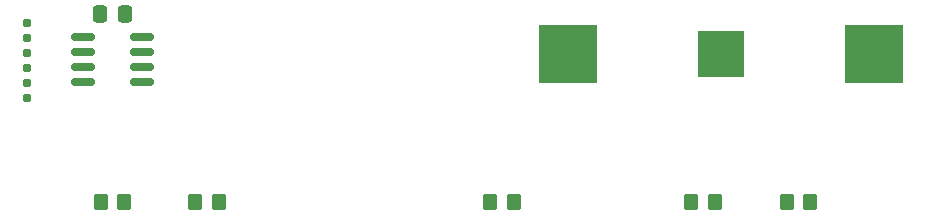
<source format=gbr>
%TF.GenerationSoftware,KiCad,Pcbnew,9.0.2*%
%TF.CreationDate,2025-05-22T18:28:58+02:00*%
%TF.ProjectId,blinky,626c696e-6b79-42e6-9b69-6361645f7063,rev?*%
%TF.SameCoordinates,Original*%
%TF.FileFunction,Soldermask,Bot*%
%TF.FilePolarity,Negative*%
%FSLAX46Y46*%
G04 Gerber Fmt 4.6, Leading zero omitted, Abs format (unit mm)*
G04 Created by KiCad (PCBNEW 9.0.2) date 2025-05-22 18:28:58*
%MOMM*%
%LPD*%
G01*
G04 APERTURE LIST*
G04 Aperture macros list*
%AMRoundRect*
0 Rectangle with rounded corners*
0 $1 Rounding radius*
0 $2 $3 $4 $5 $6 $7 $8 $9 X,Y pos of 4 corners*
0 Add a 4 corners polygon primitive as box body*
4,1,4,$2,$3,$4,$5,$6,$7,$8,$9,$2,$3,0*
0 Add four circle primitives for the rounded corners*
1,1,$1+$1,$2,$3*
1,1,$1+$1,$4,$5*
1,1,$1+$1,$6,$7*
1,1,$1+$1,$8,$9*
0 Add four rect primitives between the rounded corners*
20,1,$1+$1,$2,$3,$4,$5,0*
20,1,$1+$1,$4,$5,$6,$7,0*
20,1,$1+$1,$6,$7,$8,$9,0*
20,1,$1+$1,$8,$9,$2,$3,0*%
G04 Aperture macros list end*
%ADD10RoundRect,0.250000X0.350000X0.450000X-0.350000X0.450000X-0.350000X-0.450000X0.350000X-0.450000X0*%
%ADD11RoundRect,0.150000X0.825000X0.150000X-0.825000X0.150000X-0.825000X-0.150000X0.825000X-0.150000X0*%
%ADD12R,5.000000X5.000000*%
%ADD13R,4.000000X4.000000*%
%ADD14RoundRect,0.250000X-0.350000X-0.450000X0.350000X-0.450000X0.350000X0.450000X-0.350000X0.450000X0*%
%ADD15C,0.787400*%
%ADD16RoundRect,0.250000X-0.337500X-0.475000X0.337500X-0.475000X0.337500X0.475000X-0.337500X0.475000X0*%
G04 APERTURE END LIST*
D10*
%TO.C,R5*%
X134100000Y-85500000D03*
X132100000Y-85500000D03*
%TD*%
D11*
%TO.C,U1*%
X77475000Y-71595000D03*
X77475000Y-72865000D03*
X77475000Y-74135000D03*
X77475000Y-75405000D03*
X72525000Y-75405000D03*
X72525000Y-74135000D03*
X72525000Y-72865000D03*
X72525000Y-71595000D03*
%TD*%
D12*
%TO.C,BT1*%
X139450000Y-73000000D03*
X113550000Y-73000000D03*
D13*
X126500000Y-73000000D03*
%TD*%
D10*
%TO.C,R2*%
X84000000Y-85500000D03*
X82000000Y-85500000D03*
%TD*%
D14*
%TO.C,R3*%
X107000000Y-85500000D03*
X109000000Y-85500000D03*
%TD*%
%TO.C,R4*%
X124000000Y-85500000D03*
X126000000Y-85500000D03*
%TD*%
D15*
%TO.C,J1*%
X67755000Y-74150000D03*
X67755000Y-71610000D03*
X67755000Y-72880000D03*
X67750000Y-75420000D03*
X67750000Y-76690000D03*
X67750000Y-70340000D03*
%TD*%
D16*
%TO.C,C1*%
X73962500Y-69600000D03*
X76037500Y-69600000D03*
%TD*%
D14*
%TO.C,R1*%
X74000000Y-85500000D03*
X76000000Y-85500000D03*
%TD*%
M02*

</source>
